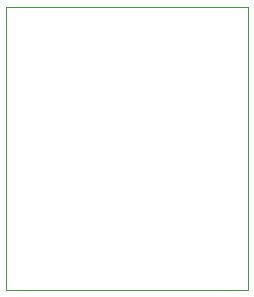
<source format=gbr>
%FSTAX23Y23*%
%MOIN*%
%SFA1B1*%

%IPPOS*%
%ADD20C,0.001000*%
%LNstromsensor_profile-1*%
%LPD*%
G54D20*
X-00157Y-00807D02*
Y00137D01*
X00649*
Y-00807*
X-00157*
M02*
</source>
